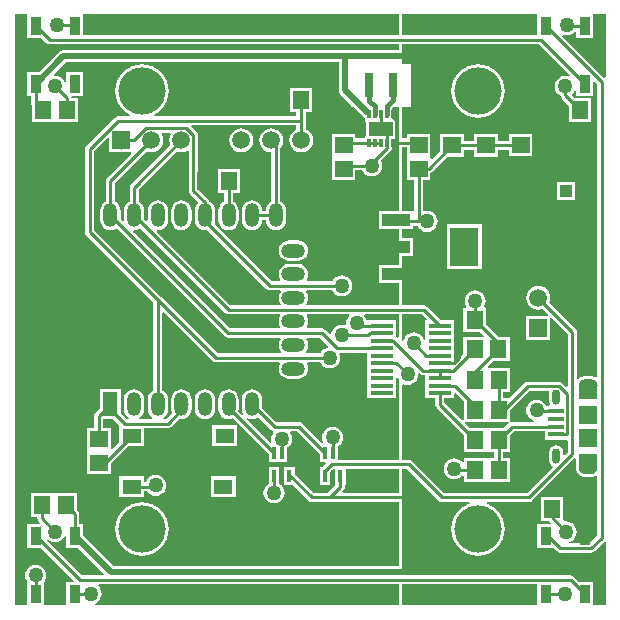
<source format=gtl>
G04*
G04 #@! TF.GenerationSoftware,Altium Limited,Altium Designer,18.1.11 (251)*
G04*
G04 Layer_Physical_Order=1*
G04 Layer_Color=255*
%FSLAX25Y25*%
%MOIN*%
G70*
G01*
G75*
%ADD14C,0.01000*%
%ADD20R,0.01181X0.02772*%
%ADD23R,0.03150X0.07900*%
%ADD33C,0.03937*%
%ADD34R,0.03937X0.03937*%
%ADD39R,0.07756X0.01614*%
%ADD40R,0.09449X0.12992*%
%ADD41R,0.09449X0.03937*%
%ADD42R,0.05906X0.05512*%
%ADD43R,0.05512X0.05906*%
%ADD44R,0.07874X0.04724*%
%ADD45R,0.06299X0.05118*%
%ADD46R,0.01614X0.03898*%
%ADD47R,0.04724X0.07874*%
%ADD48O,0.04724X0.07874*%
%ADD49O,0.07874X0.04724*%
%ADD50R,0.06102X0.05906*%
%ADD51R,0.05315X0.01575*%
%ADD52R,0.03543X0.05906*%
%ADD53C,0.02000*%
%ADD54C,0.01500*%
%ADD55C,0.00000*%
%ADD56C,0.05906*%
%ADD57R,0.05906X0.05906*%
%ADD58R,0.05906X0.05906*%
%ADD59O,0.06102X0.03051*%
%ADD60O,0.02559X0.05118*%
%ADD61C,0.05000*%
%ADD62C,0.15748*%
G36*
X209232Y209529D02*
X164000D01*
Y216471D01*
X209232D01*
Y209529D01*
D02*
G37*
G36*
X162980D02*
X57768D01*
Y216471D01*
X162980D01*
Y209529D01*
D02*
G37*
G36*
X231971Y195549D02*
X231471Y195342D01*
X217535Y209277D01*
X217819Y209701D01*
X218086Y209590D01*
X219000Y209470D01*
X219914Y209590D01*
X220765Y209943D01*
X221496Y210504D01*
X221724Y210801D01*
X222224Y210631D01*
Y208693D01*
X227768D01*
Y216471D01*
X231971D01*
Y195549D01*
D02*
G37*
G36*
X219965Y196223D02*
X219681Y195799D01*
X219414Y195910D01*
X218500Y196030D01*
X217586Y195910D01*
X216735Y195557D01*
X216004Y194996D01*
X215443Y194265D01*
X215090Y193414D01*
X214970Y192500D01*
X215090Y191586D01*
X215443Y190735D01*
X216004Y190004D01*
X216735Y189443D01*
X216990Y189337D01*
X217087Y188852D01*
X217419Y188356D01*
X219681Y186093D01*
Y180547D01*
X227193D01*
Y188453D01*
X221647D01*
X220755Y189345D01*
X220788Y189844D01*
X220996Y190004D01*
X221557Y190735D01*
X221724Y191139D01*
X222224Y191039D01*
Y189402D01*
X227768D01*
Y194066D01*
X228230Y194257D01*
X229152Y193335D01*
Y95738D01*
X228997Y95579D01*
X228662Y95452D01*
X228636Y95461D01*
X228615Y95478D01*
X228523Y95524D01*
X228497Y95532D01*
X228475Y95547D01*
X228381Y95589D01*
X228354Y95595D01*
X228331Y95610D01*
X228235Y95647D01*
X228208Y95651D01*
X228185Y95665D01*
X228087Y95696D01*
X228060Y95700D01*
X228036Y95711D01*
X227936Y95738D01*
X227909Y95740D01*
X227885Y95751D01*
X227784Y95772D01*
X227756Y95772D01*
X227731Y95782D01*
X227629Y95798D01*
X227602Y95797D01*
X227576Y95805D01*
X227474Y95816D01*
X227447Y95813D01*
X227420Y95820D01*
X227317Y95825D01*
X227291Y95821D01*
X227264Y95827D01*
X224996D01*
X224969Y95821D01*
X224942Y95825D01*
X224839Y95820D01*
X224813Y95813D01*
X224786Y95816D01*
X224683Y95805D01*
X224658Y95797D01*
X224631Y95798D01*
X224529Y95782D01*
X224503Y95772D01*
X224476Y95772D01*
X224375Y95751D01*
X224351Y95740D01*
X224324Y95738D01*
X224224Y95711D01*
X224200Y95700D01*
X224173Y95696D01*
X224075Y95665D01*
X224051Y95651D01*
X224025Y95647D01*
X223928Y95610D01*
X223905Y95595D01*
X223879Y95589D01*
X223785Y95547D01*
X223763Y95532D01*
X223737Y95524D01*
X223645Y95478D01*
X223623Y95461D01*
X223598Y95452D01*
X223508Y95400D01*
X223488Y95383D01*
X223463Y95373D01*
X223377Y95317D01*
X223357Y95298D01*
X223333Y95286D01*
X223249Y95226D01*
X223231Y95206D01*
X223207Y95193D01*
X223127Y95128D01*
X223109Y95108D01*
X223086Y95094D01*
X223009Y95025D01*
X222993Y95003D01*
X222971Y94988D01*
X222898Y94915D01*
X222441Y95037D01*
X222437Y95040D01*
X222387Y95083D01*
Y110646D01*
X222270Y111232D01*
X221939Y111728D01*
X213159Y120508D01*
X213351Y120972D01*
X213487Y122004D01*
X213351Y123036D01*
X212953Y123997D01*
X212319Y124823D01*
X211493Y125457D01*
X210532Y125855D01*
X209500Y125991D01*
X208468Y125855D01*
X207507Y125457D01*
X206681Y124823D01*
X206047Y123997D01*
X205649Y123036D01*
X205513Y122004D01*
X205649Y120972D01*
X206047Y120010D01*
X206681Y119185D01*
X207507Y118551D01*
X208468Y118153D01*
X209500Y118017D01*
X210532Y118153D01*
X210996Y118345D01*
X212922Y116419D01*
X212731Y115957D01*
X205547D01*
Y108051D01*
X213453D01*
Y115235D01*
X213915Y115426D01*
X219328Y110013D01*
Y92534D01*
X218866Y92343D01*
X217567Y93642D01*
X217071Y93974D01*
X216486Y94090D01*
X205946D01*
X205361Y93974D01*
X204865Y93642D01*
X199886Y88663D01*
X197844D01*
Y90758D01*
X200071D01*
Y98663D01*
X192854D01*
X192647Y99163D01*
X194403Y100919D01*
X199949D01*
Y108825D01*
X196368D01*
X192075Y113117D01*
Y118663D01*
X191705D01*
X191484Y119112D01*
X191557Y119207D01*
X191910Y120058D01*
X192030Y120972D01*
X191910Y121886D01*
X191557Y122737D01*
X190996Y123468D01*
X190265Y124029D01*
X189414Y124382D01*
X188500Y124502D01*
X187586Y124382D01*
X186735Y124029D01*
X186004Y123468D01*
X185443Y122737D01*
X185090Y121886D01*
X184970Y120972D01*
X185090Y120058D01*
X185443Y119207D01*
X185516Y119112D01*
X185295Y118663D01*
X184563D01*
Y110758D01*
X190109D01*
X191580Y109286D01*
X191389Y108825D01*
X184563D01*
Y103279D01*
X182014Y100730D01*
X181602Y101025D01*
Y105943D01*
Y108443D01*
Y110943D01*
Y114557D01*
X177080D01*
X172556Y119081D01*
X172060Y119413D01*
X171474Y119529D01*
X164000D01*
Y136031D01*
X167807D01*
Y141969D01*
X164000D01*
Y145087D01*
X167807D01*
Y145971D01*
X169345D01*
X169443Y145735D01*
X170004Y145004D01*
X170735Y144443D01*
X171586Y144090D01*
X172500Y143970D01*
X173414Y144090D01*
X174265Y144443D01*
X174996Y145004D01*
X175557Y145735D01*
X175910Y146586D01*
X176030Y147500D01*
X175910Y148414D01*
X175557Y149265D01*
X174996Y149996D01*
X174265Y150557D01*
X173414Y150910D01*
X172500Y151030D01*
X171670Y150921D01*
X171376Y151049D01*
X171170Y151187D01*
Y161207D01*
X173593D01*
Y163561D01*
X174072Y163882D01*
X179272Y169081D01*
X184817D01*
Y171308D01*
X188188D01*
Y169081D01*
X196093D01*
Y171308D01*
X199688D01*
Y169176D01*
X207593D01*
Y176687D01*
X199688D01*
Y174366D01*
X196093D01*
Y176593D01*
X188188D01*
Y174366D01*
X184817D01*
Y176593D01*
X176912D01*
Y171047D01*
X174248Y168383D01*
X173689Y168514D01*
X173593Y168719D01*
Y169081D01*
X173593D01*
Y176593D01*
X165688D01*
Y175197D01*
X164000D01*
Y185500D01*
X167000D01*
Y200000D01*
X164000D01*
Y206471D01*
X209717D01*
X219965Y196223D01*
D02*
G37*
G36*
X39232Y208693D02*
X43794D01*
X45568Y206919D01*
X46064Y206587D01*
X46650Y206471D01*
X162980D01*
Y204539D01*
X51150D01*
X50369Y204384D01*
X49708Y203942D01*
X43073Y197307D01*
X39232D01*
Y189402D01*
X40475D01*
Y187059D01*
X40591Y186474D01*
X40807Y186150D01*
Y180547D01*
X48319D01*
Y180547D01*
X48681D01*
Y180547D01*
X56193D01*
Y188453D01*
X54058D01*
X53921Y188934D01*
X54236Y189402D01*
X57768D01*
Y197307D01*
X52224D01*
Y193961D01*
X51724Y193861D01*
X51557Y194265D01*
X50996Y194996D01*
X50265Y195557D01*
X49414Y195910D01*
X48500Y196030D01*
X48236Y195995D01*
X48002Y196469D01*
X51994Y200461D01*
X142961D01*
Y191335D01*
X143116Y190555D01*
X143558Y189893D01*
X147199Y186252D01*
Y185500D01*
X147951D01*
X151290Y182162D01*
X151613Y181946D01*
Y180746D01*
X152203D01*
Y176054D01*
X151613D01*
Y175197D01*
X148593D01*
Y176593D01*
X140688D01*
Y169081D01*
X140688D01*
Y168719D01*
X140688D01*
Y161207D01*
X148593D01*
Y164471D01*
X150845D01*
X150943Y164235D01*
X151504Y163504D01*
X152235Y162943D01*
X153086Y162590D01*
X154000Y162470D01*
X154914Y162590D01*
X155765Y162943D01*
X156496Y163504D01*
X157057Y164235D01*
X157410Y165086D01*
X157530Y166000D01*
X157410Y166914D01*
X157057Y167765D01*
X157023Y167810D01*
X160190Y170977D01*
X160394Y171282D01*
X160699D01*
Y175038D01*
X162077D01*
Y181762D01*
X160699D01*
Y182349D01*
X160785Y182477D01*
X160921Y183160D01*
Y185129D01*
X161292Y185500D01*
X162980D01*
Y175197D01*
X163000Y175099D01*
Y172237D01*
X162980Y172139D01*
Y151024D01*
X156358D01*
Y145087D01*
X162980D01*
Y141969D01*
X163000Y141870D01*
Y136130D01*
X162980Y136031D01*
Y132913D01*
X156358D01*
Y126976D01*
X162980D01*
Y119529D01*
X132462D01*
X132216Y120029D01*
X132430Y120308D01*
X132769Y121126D01*
X132884Y122004D01*
X132769Y122882D01*
X132430Y123699D01*
X132222Y123971D01*
X132468Y124471D01*
X140845D01*
X140943Y124235D01*
X141504Y123504D01*
X142235Y122943D01*
X143086Y122590D01*
X144000Y122470D01*
X144914Y122590D01*
X145765Y122943D01*
X146496Y123504D01*
X147057Y124235D01*
X147410Y125086D01*
X147530Y126000D01*
X147410Y126914D01*
X147057Y127765D01*
X146496Y128496D01*
X145765Y129057D01*
X144914Y129410D01*
X144000Y129530D01*
X143086Y129410D01*
X142235Y129057D01*
X141504Y128496D01*
X140943Y127765D01*
X140845Y127529D01*
X132494D01*
X132273Y127978D01*
X132430Y128182D01*
X132769Y129000D01*
X132884Y129878D01*
X132769Y130756D01*
X132430Y131573D01*
X131891Y132276D01*
X131188Y132815D01*
X130371Y133154D01*
X129493Y133269D01*
X126343D01*
X125466Y133154D01*
X124648Y132815D01*
X123945Y132276D01*
X123406Y131573D01*
X123068Y130756D01*
X122952Y129878D01*
X123068Y129000D01*
X123406Y128182D01*
X123563Y127978D01*
X123342Y127529D01*
X120633D01*
X101530Y146633D01*
X101698Y147040D01*
X101813Y147917D01*
Y151067D01*
X101698Y151945D01*
X101359Y152763D01*
X100820Y153465D01*
X100118Y154004D01*
X99909Y154090D01*
X99835Y154462D01*
X99503Y154958D01*
X96082Y158379D01*
Y176128D01*
X95966Y176714D01*
X95634Y177210D01*
X93836Y179009D01*
X94027Y179471D01*
X128908D01*
Y178069D01*
X128507Y177902D01*
X127681Y177269D01*
X127047Y176443D01*
X126649Y175482D01*
X126513Y174450D01*
X126649Y173418D01*
X127047Y172456D01*
X127681Y171631D01*
X128507Y170997D01*
X129468Y170599D01*
X130500Y170463D01*
X131532Y170599D01*
X132493Y170997D01*
X133319Y171631D01*
X133953Y172456D01*
X134351Y173418D01*
X134487Y174450D01*
X134351Y175482D01*
X133953Y176443D01*
X133319Y177269D01*
X132493Y177902D01*
X131966Y178121D01*
Y181000D01*
Y184047D01*
X134193D01*
Y191953D01*
X126681D01*
Y184047D01*
X128908D01*
Y182529D01*
X81538D01*
X81413Y183029D01*
X82454Y183586D01*
X83805Y184695D01*
X84914Y186046D01*
X85738Y187588D01*
X86246Y189260D01*
X86417Y191000D01*
X86246Y192740D01*
X85738Y194412D01*
X84914Y195954D01*
X83805Y197305D01*
X82454Y198414D01*
X80912Y199238D01*
X79240Y199746D01*
X77500Y199917D01*
X75760Y199746D01*
X74088Y199238D01*
X72546Y198414D01*
X71195Y197305D01*
X70086Y195954D01*
X69262Y194412D01*
X68754Y192740D01*
X68583Y191000D01*
X68754Y189260D01*
X69262Y187588D01*
X70086Y186046D01*
X71195Y184695D01*
X72546Y183586D01*
X73587Y183029D01*
X73462Y182529D01*
X69500D01*
X68915Y182413D01*
X68419Y182081D01*
X58919Y172581D01*
X58587Y172085D01*
X58471Y171500D01*
Y144000D01*
X58587Y143415D01*
X58919Y142919D01*
X81145Y120693D01*
Y91080D01*
X80978Y91012D01*
X80276Y90473D01*
X79737Y89770D01*
X79398Y88952D01*
X79283Y88075D01*
Y84925D01*
X79398Y84048D01*
X79737Y83230D01*
X80276Y82527D01*
X80925Y82029D01*
X80918Y81846D01*
X80784Y81529D01*
X76690D01*
X76556Y81846D01*
X76549Y82029D01*
X77198Y82527D01*
X77737Y83230D01*
X78076Y84048D01*
X78191Y84925D01*
Y88075D01*
X78076Y88952D01*
X77737Y89770D01*
X77198Y90473D01*
X76496Y91012D01*
X75678Y91351D01*
X74800Y91466D01*
X73922Y91351D01*
X73104Y91012D01*
X72402Y90473D01*
X71863Y89770D01*
X71524Y88952D01*
X71409Y88075D01*
Y84925D01*
X71524Y84048D01*
X71863Y83230D01*
X72402Y82527D01*
X73051Y82029D01*
X73044Y81846D01*
X72910Y81529D01*
X72252D01*
X70288Y83493D01*
Y91437D01*
X63564D01*
Y85301D01*
X61919Y83656D01*
X61587Y83159D01*
X61471Y82574D01*
Y78693D01*
X59047D01*
Y71181D01*
X59047Y71181D01*
Y70819D01*
X59047D01*
X59047Y70681D01*
Y63307D01*
X66953D01*
Y66790D01*
X72604Y72441D01*
X78150D01*
Y78471D01*
X86000D01*
X86585Y78587D01*
X87081Y78919D01*
X89796Y81633D01*
X90548Y81534D01*
X91426Y81650D01*
X92244Y81988D01*
X92946Y82527D01*
X93485Y83230D01*
X93824Y84048D01*
X93939Y84925D01*
Y86047D01*
X94029Y86500D01*
X93939Y86953D01*
Y88075D01*
X93824Y88952D01*
X93485Y89770D01*
X92946Y90473D01*
X92244Y91012D01*
X91426Y91351D01*
X90548Y91466D01*
X89670Y91351D01*
X88852Y91012D01*
X88150Y90473D01*
X87611Y89770D01*
X87272Y88952D01*
X87157Y88075D01*
Y84925D01*
X87272Y84048D01*
X87452Y83615D01*
X85366Y81529D01*
X84564D01*
X84430Y81846D01*
X84423Y82029D01*
X85072Y82527D01*
X85611Y83230D01*
X85950Y84048D01*
X86065Y84925D01*
Y88075D01*
X85950Y88952D01*
X85611Y89770D01*
X85072Y90473D01*
X84370Y91012D01*
X84203Y91080D01*
Y116980D01*
X84665Y117172D01*
X100919Y100919D01*
X101415Y100587D01*
X102000Y100471D01*
X123146D01*
X123362Y99971D01*
X123068Y99260D01*
X122952Y98382D01*
X123068Y97504D01*
X123406Y96686D01*
X123945Y95984D01*
X124648Y95445D01*
X125466Y95106D01*
X126343Y94991D01*
X129493D01*
X130371Y95106D01*
X131188Y95445D01*
X131891Y95984D01*
X132430Y96686D01*
X132769Y97504D01*
X132884Y98382D01*
X132769Y99260D01*
X132474Y99971D01*
X132690Y100471D01*
X136845D01*
X136943Y100235D01*
X137504Y99504D01*
X138235Y98943D01*
X139086Y98590D01*
X140000Y98470D01*
X140914Y98590D01*
X141765Y98943D01*
X142496Y99504D01*
X143057Y100235D01*
X143410Y101086D01*
X143530Y102000D01*
X143410Y102914D01*
X143248Y103305D01*
X143526Y103721D01*
X152398D01*
Y100943D01*
Y98443D01*
Y95943D01*
Y93443D01*
Y90943D01*
Y88443D01*
X162153D01*
Y90943D01*
Y95334D01*
X162654Y95433D01*
X162943Y94735D01*
X163000Y94660D01*
Y93123D01*
X162980Y93024D01*
Y68029D01*
X142807D01*
Y72475D01*
X143496Y73004D01*
X144057Y73735D01*
X144410Y74586D01*
X144530Y75500D01*
X144410Y76414D01*
X144057Y77265D01*
X143496Y77996D01*
X142765Y78557D01*
X141914Y78910D01*
X141000Y79030D01*
X140086Y78910D01*
X139235Y78557D01*
X138504Y77996D01*
X137943Y77265D01*
X137590Y76414D01*
X137470Y75500D01*
X137590Y74586D01*
X137825Y74019D01*
X137564Y73482D01*
X137537Y73465D01*
X137386Y73440D01*
X130685Y80141D01*
X130189Y80472D01*
X129604Y80589D01*
X122245D01*
X117561Y85272D01*
Y88075D01*
X117446Y88952D01*
X117107Y89770D01*
X116568Y90473D01*
X115866Y91012D01*
X115048Y91351D01*
X114170Y91466D01*
X113292Y91351D01*
X112475Y91012D01*
X111772Y90473D01*
X111233Y89770D01*
X110894Y88952D01*
X110779Y88075D01*
Y84925D01*
X110894Y84048D01*
X111184Y83349D01*
X110760Y83065D01*
X109596Y84230D01*
X109687Y84925D01*
Y88075D01*
X109572Y88952D01*
X109233Y89770D01*
X108694Y90473D01*
X107992Y91012D01*
X107174Y91351D01*
X106296Y91466D01*
X105418Y91351D01*
X104601Y91012D01*
X103898Y90473D01*
X103359Y89770D01*
X103020Y88952D01*
X102905Y88075D01*
Y84925D01*
X103020Y84048D01*
X103359Y83230D01*
X103898Y82527D01*
X104601Y81988D01*
X105418Y81650D01*
X106296Y81534D01*
X107174Y81650D01*
X107652Y81848D01*
X119634Y69866D01*
Y67273D01*
X125807D01*
Y71975D01*
X126496Y72504D01*
X127057Y73235D01*
X127410Y74086D01*
X127530Y75000D01*
X127410Y75914D01*
X127057Y76765D01*
X126854Y77030D01*
X127101Y77530D01*
X128970D01*
X136634Y69866D01*
Y67273D01*
X138561D01*
X138753Y66811D01*
X137474Y65533D01*
X136634D01*
Y59635D01*
X140248D01*
Y63981D01*
X141238Y64971D01*
X141752D01*
Y59635D01*
X141752Y59635D01*
X141752D01*
X141552Y59215D01*
X139366Y57029D01*
X134571D01*
X128366Y63234D01*
Y65533D01*
X124752D01*
Y59635D01*
X127639D01*
X132856Y54419D01*
X133352Y54087D01*
X133937Y53971D01*
X162980D01*
Y32539D01*
X67986D01*
X57768Y42758D01*
Y46598D01*
X56525D01*
Y49941D01*
X56409Y50526D01*
X56077Y51022D01*
X55693Y51407D01*
Y56953D01*
X48181D01*
Y56953D01*
X47819D01*
Y56953D01*
X40307D01*
Y49047D01*
X42534D01*
Y48437D01*
X42650Y47852D01*
X42981Y47356D01*
X43277Y47060D01*
X43085Y46598D01*
X39232D01*
Y38693D01*
X43794D01*
X54718Y27769D01*
X54526Y27307D01*
X52224D01*
Y19529D01*
X44776D01*
Y27307D01*
X44776Y27307D01*
X44776D01*
X45027Y27695D01*
X45057Y27735D01*
X45410Y28586D01*
X45530Y29500D01*
X45410Y30414D01*
X45057Y31265D01*
X44496Y31996D01*
X43765Y32557D01*
X42914Y32910D01*
X42000Y33030D01*
X41086Y32910D01*
X40235Y32557D01*
X39504Y31996D01*
X38943Y31265D01*
X38590Y30414D01*
X38470Y29500D01*
X38590Y28586D01*
X38943Y27735D01*
X38976Y27692D01*
X39232Y27307D01*
X39232D01*
X39232Y27307D01*
Y19529D01*
X35029D01*
Y216471D01*
X39232D01*
Y208693D01*
D02*
G37*
G36*
X93023Y170838D02*
Y157746D01*
X93140Y157161D01*
X93471Y156665D01*
X96122Y154014D01*
X96089Y153515D01*
X96024Y153465D01*
X95485Y152763D01*
X95146Y151945D01*
X95031Y151067D01*
Y147917D01*
X95146Y147040D01*
X95485Y146222D01*
X96024Y145519D01*
X96726Y144980D01*
X97544Y144642D01*
X98422Y144526D01*
X99208Y144630D01*
X118919Y124919D01*
X119415Y124587D01*
X120000Y124471D01*
X123368D01*
X123614Y123971D01*
X123406Y123699D01*
X123068Y122882D01*
X122952Y122004D01*
X123068Y121126D01*
X123406Y120308D01*
X123620Y120029D01*
X123374Y119529D01*
X106926D01*
X82366Y144089D01*
X82587Y144538D01*
X82674Y144526D01*
X83552Y144642D01*
X84370Y144980D01*
X85072Y145519D01*
X85611Y146222D01*
X85950Y147040D01*
X86065Y147917D01*
Y151067D01*
X85950Y151945D01*
X85611Y152763D01*
X85072Y153465D01*
X84370Y154004D01*
X83552Y154343D01*
X82674Y154458D01*
X81796Y154343D01*
X80978Y154004D01*
X80276Y153465D01*
X79737Y152763D01*
X79398Y151945D01*
X79283Y151067D01*
Y147917D01*
X79294Y147830D01*
X78846Y147609D01*
X78191Y148264D01*
Y151067D01*
X78076Y151945D01*
X77737Y152763D01*
X77198Y153465D01*
X76496Y154004D01*
X76329Y154073D01*
Y158116D01*
X89004Y170791D01*
X89468Y170599D01*
X90500Y170463D01*
X91532Y170599D01*
X92493Y170997D01*
X92575Y171060D01*
X93023Y170838D01*
D02*
G37*
G36*
X87110Y176525D02*
X87047Y176443D01*
X86649Y175482D01*
X86513Y174450D01*
X86649Y173418D01*
X86841Y172954D01*
X73719Y159831D01*
X73387Y159335D01*
X73271Y158750D01*
Y154073D01*
X73104Y154004D01*
X72402Y153465D01*
X71863Y152763D01*
X71524Y151945D01*
X71409Y151067D01*
Y147917D01*
X71420Y147830D01*
X70972Y147609D01*
X70317Y148264D01*
Y151067D01*
X70202Y151945D01*
X69863Y152763D01*
X69324Y153465D01*
X68622Y154004D01*
X68455Y154073D01*
Y160242D01*
X79004Y170791D01*
X79468Y170599D01*
X80500Y170463D01*
X81532Y170599D01*
X82493Y170997D01*
X83319Y171631D01*
X83953Y172456D01*
X84351Y173418D01*
X84487Y174450D01*
X84351Y175482D01*
X83953Y176443D01*
X83890Y176525D01*
X84111Y176973D01*
X86889D01*
X87110Y176525D01*
D02*
G37*
G36*
X165688Y169081D02*
X165688D01*
Y168719D01*
X165688D01*
Y161207D01*
X168111D01*
Y151398D01*
X167807Y151024D01*
X164000D01*
Y172139D01*
X165688D01*
Y169081D01*
D02*
G37*
G36*
X105211Y116919D02*
X105707Y116587D01*
X106292Y116471D01*
X123336D01*
X123557Y116022D01*
X123406Y115825D01*
X123068Y115008D01*
X122952Y114130D01*
X123068Y113252D01*
X123406Y112434D01*
X123565Y112228D01*
X123344Y111779D01*
X106802D01*
X74492Y144089D01*
X74713Y144538D01*
X74800Y144526D01*
X75678Y144642D01*
X76496Y144980D01*
X76865Y145264D01*
X105211Y116919D01*
D02*
G37*
G36*
X146456Y116142D02*
X146484Y115971D01*
X145943Y115265D01*
X145590Y114414D01*
X145470Y113500D01*
X145519Y113128D01*
X145122Y112824D01*
X144914Y112910D01*
X144000Y113030D01*
X143086Y112910D01*
X142235Y112557D01*
X141504Y111996D01*
X140943Y111265D01*
X140590Y110414D01*
X140535Y109992D01*
X140007Y109813D01*
X138488Y111331D01*
X137992Y111663D01*
X137407Y111779D01*
X132492D01*
X132271Y112228D01*
X132430Y112434D01*
X132769Y113252D01*
X132884Y114130D01*
X132769Y115008D01*
X132430Y115825D01*
X132279Y116022D01*
X132500Y116471D01*
X146344D01*
X146456Y116142D01*
D02*
G37*
G36*
X162980Y108836D02*
X162519Y108644D01*
X162331Y108831D01*
X162153Y108950D01*
Y114557D01*
X152398D01*
X152398Y114557D01*
Y114557D01*
X152176Y114979D01*
X152057Y115265D01*
X151516Y115971D01*
X151544Y116142D01*
X151656Y116471D01*
X162980D01*
Y108836D01*
D02*
G37*
G36*
X172292Y115019D02*
X172101Y114557D01*
X171846D01*
Y110943D01*
Y108166D01*
X171346Y108067D01*
X171057Y108765D01*
X170496Y109496D01*
X169765Y110057D01*
X168914Y110410D01*
X168000Y110530D01*
X167086Y110410D01*
X166235Y110057D01*
X165504Y109496D01*
X164943Y108765D01*
X164590Y107914D01*
X164586Y107885D01*
X164049Y107634D01*
X164000Y107665D01*
Y116471D01*
X170841D01*
X172292Y115019D01*
D02*
G37*
G36*
X139568Y105926D02*
X139408Y105452D01*
X139086Y105410D01*
X138235Y105057D01*
X137504Y104496D01*
X136943Y103765D01*
X136845Y103529D01*
X132246D01*
X132022Y104029D01*
X132430Y104560D01*
X132769Y105378D01*
X132884Y106256D01*
X132769Y107134D01*
X132430Y107951D01*
X132223Y108221D01*
X132470Y108721D01*
X136773D01*
X139568Y105926D01*
D02*
G37*
G36*
X66547Y175231D02*
Y170497D01*
X70367D01*
X70500Y170471D01*
X70633Y170497D01*
X73731D01*
X73922Y170035D01*
X65845Y161957D01*
X65513Y161461D01*
X65397Y160876D01*
Y154073D01*
X65230Y154004D01*
X64528Y153465D01*
X63989Y152763D01*
X63650Y151945D01*
X63535Y151067D01*
Y147917D01*
X63650Y147040D01*
X63989Y146222D01*
X64528Y145519D01*
X65230Y144980D01*
X66048Y144642D01*
X66926Y144526D01*
X67804Y144642D01*
X68622Y144980D01*
X68991Y145264D01*
X105087Y109169D01*
X105583Y108837D01*
X106168Y108721D01*
X123366D01*
X123613Y108221D01*
X123406Y107951D01*
X123068Y107134D01*
X122952Y106256D01*
X123068Y105378D01*
X123406Y104560D01*
X123814Y104029D01*
X123591Y103529D01*
X102634D01*
X83755Y122407D01*
X61529Y144633D01*
Y170867D01*
X66085Y175422D01*
X66547Y175231D01*
D02*
G37*
G36*
X170169Y96669D02*
X170665Y96337D01*
X171250Y96221D01*
X171846D01*
Y93443D01*
Y90943D01*
Y88443D01*
X175195D01*
Y86427D01*
X175311Y85842D01*
X175643Y85345D01*
X184685Y76303D01*
Y70758D01*
X192197D01*
Y70758D01*
X192559D01*
Y70758D01*
X194786D01*
Y68663D01*
X192697D01*
X192559Y68663D01*
X192197D01*
X192059Y68663D01*
X184685D01*
Y67420D01*
X184185Y67250D01*
X183996Y67496D01*
X183265Y68057D01*
X182414Y68410D01*
X181500Y68530D01*
X180586Y68410D01*
X179735Y68057D01*
X179004Y67496D01*
X178443Y66765D01*
X178090Y65914D01*
X177970Y65000D01*
X178090Y64086D01*
X178443Y63235D01*
X179004Y62504D01*
X179735Y61943D01*
X180586Y61590D01*
X181500Y61470D01*
X182414Y61590D01*
X183265Y61943D01*
X183996Y62504D01*
X184185Y62750D01*
X184685Y62580D01*
Y60758D01*
X192059D01*
X192197Y60758D01*
X192559D01*
X192697Y60758D01*
X200071D01*
Y68663D01*
X197844D01*
Y70758D01*
X200071D01*
Y76303D01*
X201297Y77530D01*
X211842D01*
Y74713D01*
X219158D01*
X219328Y74283D01*
Y70563D01*
X218286Y69521D01*
X217824Y69712D01*
Y70496D01*
X217647Y71386D01*
X217143Y72140D01*
X216389Y72643D01*
X215500Y72820D01*
X214611Y72643D01*
X213857Y72140D01*
X213353Y71386D01*
X213176Y70496D01*
Y67937D01*
X213353Y67048D01*
X213857Y66294D01*
X214250Y66031D01*
X214299Y65533D01*
X205736Y56970D01*
X178004D01*
X167393Y67581D01*
X166897Y67913D01*
X166311Y68029D01*
X164000D01*
Y93024D01*
X164500Y93333D01*
X165086Y93090D01*
X166000Y92970D01*
X166914Y93090D01*
X167765Y93443D01*
X168496Y94004D01*
X169057Y94735D01*
X169410Y95586D01*
X169530Y96500D01*
X169515Y96615D01*
X169989Y96848D01*
X170169Y96669D01*
D02*
G37*
G36*
X227367Y94802D02*
X227470Y94791D01*
X227571Y94775D01*
X227672Y94753D01*
X227772Y94727D01*
X227870Y94695D01*
X227966Y94658D01*
X228060Y94616D01*
X228152Y94569D01*
X228241Y94518D01*
X228328Y94462D01*
X228411Y94401D01*
X228491Y94336D01*
X228568Y94267D01*
X228641Y94194D01*
X228710Y94117D01*
X228775Y94037D01*
X228835Y93954D01*
X228892Y93867D01*
X228943Y93778D01*
X228990Y93686D01*
X229032Y93592D01*
X229069Y93496D01*
X229101Y93398D01*
X229127Y93298D01*
X229149Y93198D01*
X229165Y93096D01*
X229176Y92993D01*
X229181Y92890D01*
Y92839D01*
Y88114D01*
X223079D01*
Y92839D01*
Y92890D01*
X223084Y92993D01*
X223095Y93096D01*
X223111Y93198D01*
X223132Y93298D01*
X223159Y93398D01*
X223191Y93496D01*
X223228Y93592D01*
X223270Y93686D01*
X223317Y93778D01*
X223368Y93867D01*
X223424Y93954D01*
X223485Y94037D01*
X223550Y94117D01*
X223619Y94194D01*
X223692Y94267D01*
X223768Y94336D01*
X223849Y94401D01*
X223932Y94461D01*
X224018Y94518D01*
X224108Y94569D01*
X224200Y94616D01*
X224294Y94658D01*
X224390Y94695D01*
X224488Y94727D01*
X224587Y94753D01*
X224688Y94775D01*
X224790Y94791D01*
X224893Y94802D01*
X224996Y94807D01*
X227264D01*
X227367Y94802D01*
D02*
G37*
G36*
X213268Y90645D02*
X213176Y90181D01*
Y87622D01*
X213353Y86733D01*
X213532Y86465D01*
X213265Y85965D01*
X212182D01*
X212057Y86265D01*
X211496Y86996D01*
X210765Y87557D01*
X209914Y87910D01*
X209000Y88030D01*
X208086Y87910D01*
X207235Y87557D01*
X206504Y86996D01*
X205943Y86265D01*
X205590Y85414D01*
X205470Y84500D01*
X205590Y83586D01*
X205943Y82735D01*
X206504Y82004D01*
X207235Y81443D01*
X208086Y81090D01*
X208099Y81089D01*
X208066Y80589D01*
X200664D01*
X200486Y80553D01*
X200071Y80980D01*
Y84522D01*
X206580Y91031D01*
X212951D01*
X213268Y90645D01*
D02*
G37*
G36*
X120530Y77978D02*
X121001Y77662D01*
X121029Y77637D01*
X121201Y77101D01*
X120943Y76765D01*
X120590Y75914D01*
X120470Y75000D01*
X120590Y74086D01*
X120692Y73841D01*
X120268Y73558D01*
X112310Y81515D01*
X112593Y81939D01*
X113292Y81650D01*
X114170Y81534D01*
X115048Y81650D01*
X115866Y81988D01*
X116235Y82272D01*
X120530Y77978D01*
D02*
G37*
G36*
X184685Y87604D02*
Y81336D01*
X184185Y81129D01*
X178254Y87060D01*
Y88443D01*
X181602D01*
Y90034D01*
X182064Y90225D01*
X184685Y87604D01*
D02*
G37*
G36*
X199758Y80258D02*
X199582Y80141D01*
X198105Y78663D01*
X192559D01*
Y78663D01*
X192197D01*
Y78663D01*
X186651D01*
X185057Y80258D01*
X185264Y80758D01*
X192197D01*
Y80758D01*
X192559D01*
Y80758D01*
X199606D01*
X199758Y80258D01*
D02*
G37*
G36*
X69545Y79910D02*
X69850Y79559D01*
X69850D01*
X69850Y79559D01*
Y74013D01*
X67453Y71616D01*
X66953Y71823D01*
Y78693D01*
X64529D01*
Y81563D01*
X67892D01*
X69545Y79910D01*
D02*
G37*
G36*
X229181Y65280D02*
Y65228D01*
X229176Y65125D01*
X229165Y65022D01*
X229149Y64921D01*
X229127Y64820D01*
X229101Y64720D01*
X229069Y64622D01*
X229032Y64526D01*
X228990Y64432D01*
X228943Y64340D01*
X228892Y64251D01*
X228836Y64164D01*
X228775Y64081D01*
X228710Y64001D01*
X228641Y63924D01*
X228568Y63851D01*
X228491Y63782D01*
X228411Y63717D01*
X228328Y63657D01*
X228241Y63601D01*
X228152Y63549D01*
X228060Y63502D01*
X227966Y63460D01*
X227870Y63423D01*
X227772Y63392D01*
X227672Y63365D01*
X227572Y63343D01*
X227470Y63327D01*
X227367Y63316D01*
X227264Y63311D01*
X224996D01*
X224893Y63316D01*
X224790Y63327D01*
X224688Y63343D01*
X224588Y63365D01*
X224488Y63392D01*
X224390Y63423D01*
X224294Y63460D01*
X224200Y63502D01*
X224108Y63549D01*
X224018Y63600D01*
X223932Y63657D01*
X223849Y63717D01*
X223768Y63782D01*
X223692Y63851D01*
X223619Y63924D01*
X223550Y64001D01*
X223485Y64081D01*
X223424Y64164D01*
X223368Y64251D01*
X223317Y64340D01*
X223270Y64432D01*
X223228Y64526D01*
X223191Y64622D01*
X223159Y64720D01*
X223132Y64820D01*
X223111Y64921D01*
X223095Y65022D01*
X223084Y65125D01*
X223079Y65228D01*
Y65280D01*
Y70004D01*
X229181D01*
Y65280D01*
D02*
G37*
G36*
X162980Y57029D02*
X144346D01*
X144154Y57491D01*
X144641Y57978D01*
X144972Y58474D01*
X145088Y59059D01*
Y59635D01*
X145366D01*
Y64971D01*
X162980D01*
Y57029D01*
D02*
G37*
G36*
X52224Y42539D02*
Y38693D01*
X56065D01*
X64767Y29991D01*
X64575Y29529D01*
X57283D01*
X45725Y41087D01*
X46056Y41464D01*
X46735Y40943D01*
X47586Y40590D01*
X48500Y40470D01*
X49414Y40590D01*
X50265Y40943D01*
X50996Y41504D01*
X51557Y42235D01*
X51724Y42638D01*
X52224Y42539D01*
D02*
G37*
G36*
X222059Y68261D02*
Y65430D01*
X222029Y65280D01*
X222064Y65104D01*
X222066Y65072D01*
X222073Y65045D01*
X222070Y65018D01*
X222081Y64916D01*
X222089Y64890D01*
X222088Y64863D01*
X222104Y64761D01*
X222113Y64736D01*
X222114Y64709D01*
X222135Y64608D01*
X222146Y64583D01*
X222148Y64556D01*
X222174Y64456D01*
X222186Y64432D01*
X222189Y64405D01*
X222221Y64307D01*
X222223Y64303D01*
X222225Y64294D01*
X222235Y64279D01*
X222239Y64257D01*
X222276Y64161D01*
X222290Y64138D01*
X222297Y64111D01*
X222339Y64017D01*
X222354Y63995D01*
X222361Y63969D01*
X222408Y63877D01*
X222425Y63856D01*
X222434Y63830D01*
X222485Y63741D01*
X222503Y63721D01*
X222513Y63695D01*
X222569Y63609D01*
X222588Y63590D01*
X222599Y63565D01*
X222660Y63482D01*
X222680Y63463D01*
X222693Y63439D01*
X222758Y63359D01*
X222778Y63342D01*
X222792Y63318D01*
X222861Y63242D01*
X222883Y63226D01*
X222898Y63203D01*
X222971Y63130D01*
X222993Y63115D01*
X223009Y63094D01*
X223086Y63025D01*
X223110Y63011D01*
X223127Y62990D01*
X223207Y62925D01*
X223231Y62912D01*
X223249Y62893D01*
X223332Y62832D01*
X223357Y62821D01*
X223377Y62801D01*
X223463Y62745D01*
X223488Y62735D01*
X223509Y62717D01*
X223598Y62666D01*
X223623Y62657D01*
X223645Y62641D01*
X223737Y62594D01*
X223763Y62586D01*
X223785Y62571D01*
X223879Y62529D01*
X223905Y62523D01*
X223928Y62508D01*
X224025Y62471D01*
X224051Y62467D01*
X224075Y62454D01*
X224173Y62422D01*
X224200Y62419D01*
X224224Y62407D01*
X224324Y62380D01*
X224351Y62378D01*
X224375Y62367D01*
X224476Y62346D01*
X224503Y62346D01*
X224529Y62336D01*
X224631Y62320D01*
X224658Y62321D01*
X224683Y62313D01*
X224786Y62302D01*
X224813Y62305D01*
X224839Y62298D01*
X224942Y62293D01*
X224969Y62297D01*
X224996Y62291D01*
X227264D01*
X227291Y62297D01*
X227318Y62293D01*
X227420Y62298D01*
X227447Y62305D01*
X227474Y62302D01*
X227576Y62313D01*
X227602Y62321D01*
X227629Y62320D01*
X227731Y62336D01*
X227756Y62346D01*
X227784Y62346D01*
X227885Y62367D01*
X227909Y62378D01*
X227936Y62380D01*
X228036Y62407D01*
X228060Y62419D01*
X228087Y62422D01*
X228185Y62454D01*
X228208Y62467D01*
X228235Y62471D01*
X228331Y62508D01*
X228354Y62523D01*
X228381Y62529D01*
X228475Y62571D01*
X228497Y62586D01*
X228523Y62594D01*
X228615Y62641D01*
X228637Y62657D01*
X228662Y62666D01*
X228997Y62539D01*
X229152Y62380D01*
Y42684D01*
X226590Y40122D01*
X219876D01*
X219762Y40590D01*
X220613Y40943D01*
X221344Y41504D01*
X221905Y42235D01*
X222258Y43086D01*
X222378Y44000D01*
X222258Y44914D01*
X221905Y45765D01*
X221344Y46496D01*
X220613Y47057D01*
X219762Y47410D01*
X218848Y47530D01*
X218281Y47455D01*
X217819Y47877D01*
Y55453D01*
X210307D01*
Y47547D01*
X213138D01*
X213625Y47060D01*
X213434Y46598D01*
X209232D01*
Y38693D01*
X214644D01*
X215826Y37512D01*
X216322Y37180D01*
X216907Y37064D01*
X227223D01*
X227809Y37180D01*
X228305Y37512D01*
X231471Y40677D01*
X231971Y40470D01*
Y19529D01*
X227768D01*
Y27307D01*
X223206D01*
X221432Y29081D01*
X220936Y29413D01*
X220350Y29529D01*
X164000D01*
Y64971D01*
X165678D01*
X176289Y54360D01*
X176785Y54028D01*
X177371Y53912D01*
X186585D01*
X186659Y53412D01*
X186088Y53238D01*
X184546Y52414D01*
X183195Y51305D01*
X182086Y49954D01*
X181262Y48412D01*
X180754Y46740D01*
X180583Y45000D01*
X180754Y43260D01*
X181262Y41588D01*
X182086Y40046D01*
X183195Y38695D01*
X184546Y37586D01*
X186088Y36762D01*
X187760Y36254D01*
X189500Y36083D01*
X191240Y36254D01*
X192912Y36762D01*
X194454Y37586D01*
X195805Y38695D01*
X196914Y40046D01*
X197738Y41588D01*
X198246Y43260D01*
X198417Y45000D01*
X198246Y46740D01*
X197738Y48412D01*
X196914Y49954D01*
X195805Y51305D01*
X194454Y52414D01*
X192912Y53238D01*
X192341Y53412D01*
X192415Y53912D01*
X206369D01*
X206954Y54028D01*
X207451Y54360D01*
X221559Y68468D01*
X222059Y68261D01*
D02*
G37*
G36*
X209232Y19529D02*
X164000D01*
Y26471D01*
X209232D01*
Y19529D01*
D02*
G37*
G36*
X162980D02*
X61718D01*
X61619Y20029D01*
X62265Y20297D01*
X62996Y20858D01*
X63557Y21589D01*
X63910Y22441D01*
X64030Y23354D01*
X63910Y24268D01*
X63557Y25119D01*
X62996Y25851D01*
X62840Y25971D01*
X63010Y26471D01*
X162980D01*
Y19529D01*
D02*
G37*
%LPC*%
G36*
X189500Y199917D02*
X187760Y199746D01*
X186088Y199238D01*
X184546Y198414D01*
X183195Y197305D01*
X182086Y195954D01*
X181262Y194412D01*
X180754Y192740D01*
X180583Y191000D01*
X180754Y189260D01*
X181262Y187588D01*
X182086Y186046D01*
X183195Y184695D01*
X184546Y183586D01*
X186088Y182762D01*
X187760Y182254D01*
X189500Y182083D01*
X191240Y182254D01*
X192912Y182762D01*
X194454Y183586D01*
X195805Y184695D01*
X196914Y186046D01*
X197738Y187588D01*
X198246Y189260D01*
X198417Y191000D01*
X198246Y192740D01*
X197738Y194412D01*
X196914Y195954D01*
X195805Y197305D01*
X194454Y198414D01*
X192912Y199238D01*
X191240Y199746D01*
X189500Y199917D01*
D02*
G37*
G36*
X221817Y160468D02*
X215880D01*
Y154532D01*
X221817D01*
Y160468D01*
D02*
G37*
G36*
X190642Y146496D02*
X179193D01*
Y131504D01*
X190642D01*
Y146496D01*
D02*
G37*
G36*
X110500Y178437D02*
X109468Y178301D01*
X108507Y177902D01*
X107681Y177269D01*
X107047Y176443D01*
X106649Y175482D01*
X106513Y174450D01*
X106649Y173418D01*
X107047Y172456D01*
X107681Y171631D01*
X108507Y170997D01*
X109468Y170599D01*
X110500Y170463D01*
X111532Y170599D01*
X112493Y170997D01*
X113319Y171631D01*
X113953Y172456D01*
X114351Y173418D01*
X114487Y174450D01*
X114351Y175482D01*
X113953Y176443D01*
X113319Y177269D01*
X112493Y177902D01*
X111532Y178301D01*
X110500Y178437D01*
D02*
G37*
G36*
X120500D02*
X119468Y178301D01*
X118507Y177902D01*
X117681Y177269D01*
X117047Y176443D01*
X116649Y175482D01*
X116513Y174450D01*
X116649Y173418D01*
X117047Y172456D01*
X117681Y171631D01*
X118507Y170997D01*
X119468Y170599D01*
X120500Y170463D01*
X120515Y170450D01*
Y154073D01*
X120349Y154004D01*
X119646Y153465D01*
X119107Y152763D01*
X118769Y151945D01*
X118653Y151067D01*
Y151022D01*
X117561D01*
Y151067D01*
X117446Y151945D01*
X117107Y152763D01*
X116568Y153465D01*
X115866Y154004D01*
X115048Y154343D01*
X114170Y154458D01*
X113292Y154343D01*
X112475Y154004D01*
X111772Y153465D01*
X111233Y152763D01*
X110894Y151945D01*
X110779Y151067D01*
Y147917D01*
X110894Y147040D01*
X111233Y146222D01*
X111772Y145519D01*
X112475Y144980D01*
X113292Y144642D01*
X114170Y144526D01*
X115048Y144642D01*
X115866Y144980D01*
X116568Y145519D01*
X117107Y146222D01*
X117446Y147040D01*
X117561Y147917D01*
Y147963D01*
X118653D01*
Y147917D01*
X118769Y147040D01*
X119107Y146222D01*
X119646Y145519D01*
X120349Y144980D01*
X121166Y144642D01*
X122044Y144526D01*
X122922Y144642D01*
X123740Y144980D01*
X124442Y145519D01*
X124981Y146222D01*
X125320Y147040D01*
X125435Y147917D01*
Y151067D01*
X125320Y151945D01*
X124981Y152763D01*
X124442Y153465D01*
X123740Y154004D01*
X123574Y154073D01*
Y171962D01*
X123953Y172456D01*
X124351Y173418D01*
X124487Y174450D01*
X124351Y175482D01*
X123953Y176443D01*
X123319Y177269D01*
X122493Y177902D01*
X121532Y178301D01*
X120500Y178437D01*
D02*
G37*
G36*
X110193Y164953D02*
X102681D01*
Y157047D01*
X104767D01*
Y154073D01*
X104601Y154004D01*
X103898Y153465D01*
X103359Y152763D01*
X103020Y151945D01*
X102905Y151067D01*
Y147917D01*
X103020Y147040D01*
X103359Y146222D01*
X103898Y145519D01*
X104601Y144980D01*
X105418Y144642D01*
X106296Y144526D01*
X107174Y144642D01*
X107992Y144980D01*
X108694Y145519D01*
X109233Y146222D01*
X109572Y147040D01*
X109687Y147917D01*
Y151067D01*
X109572Y151945D01*
X109233Y152763D01*
X108694Y153465D01*
X107992Y154004D01*
X107826Y154073D01*
Y157047D01*
X110193D01*
Y164953D01*
D02*
G37*
G36*
X129493Y141143D02*
X126343D01*
X125466Y141028D01*
X124648Y140689D01*
X123945Y140150D01*
X123406Y139448D01*
X123068Y138630D01*
X122952Y137752D01*
X123068Y136874D01*
X123406Y136056D01*
X123945Y135354D01*
X124648Y134815D01*
X125466Y134476D01*
X126343Y134361D01*
X129493D01*
X130371Y134476D01*
X131188Y134815D01*
X131891Y135354D01*
X132430Y136056D01*
X132769Y136874D01*
X132884Y137752D01*
X132769Y138630D01*
X132430Y139448D01*
X131891Y140150D01*
X131188Y140689D01*
X130371Y141028D01*
X129493Y141143D01*
D02*
G37*
G36*
X98422Y91466D02*
X97544Y91351D01*
X96727Y91012D01*
X96024Y90473D01*
X95485Y89770D01*
X95146Y88952D01*
X95031Y88075D01*
Y84925D01*
X95146Y84048D01*
X95485Y83230D01*
X96024Y82527D01*
X96727Y81988D01*
X97544Y81650D01*
X98422Y81534D01*
X99300Y81650D01*
X100118Y81988D01*
X100820Y82527D01*
X101359Y83230D01*
X101698Y84048D01*
X101813Y84925D01*
Y88075D01*
X101698Y88952D01*
X101359Y89770D01*
X100820Y90473D01*
X100118Y91012D01*
X99300Y91351D01*
X98422Y91466D01*
D02*
G37*
G36*
X109150Y79559D02*
X100850D01*
Y72441D01*
X109150D01*
Y79559D01*
D02*
G37*
G36*
X82000Y63030D02*
X81086Y62910D01*
X80235Y62557D01*
X79504Y61996D01*
X78943Y61265D01*
X78638Y60529D01*
X78150D01*
Y62559D01*
X69850D01*
Y55441D01*
X78150D01*
Y57471D01*
X79146D01*
X79504Y57004D01*
X80235Y56443D01*
X81086Y56090D01*
X82000Y55970D01*
X82914Y56090D01*
X83765Y56443D01*
X84496Y57004D01*
X85057Y57735D01*
X85410Y58586D01*
X85530Y59500D01*
X85410Y60414D01*
X85057Y61265D01*
X84496Y61996D01*
X83765Y62557D01*
X82914Y62910D01*
X82000Y63030D01*
D02*
G37*
G36*
X108650Y62559D02*
X100350D01*
Y55441D01*
X108650D01*
Y62559D01*
D02*
G37*
G36*
X123248Y65533D02*
X119634D01*
Y60025D01*
X118945Y59496D01*
X118384Y58765D01*
X118031Y57914D01*
X117911Y57000D01*
X118031Y56086D01*
X118384Y55235D01*
X118945Y54504D01*
X119676Y53943D01*
X120527Y53590D01*
X121441Y53470D01*
X122355Y53590D01*
X123206Y53943D01*
X123937Y54504D01*
X124498Y55235D01*
X124851Y56086D01*
X124971Y57000D01*
X124851Y57914D01*
X124498Y58765D01*
X123937Y59496D01*
X123248Y60025D01*
Y65533D01*
D02*
G37*
G36*
X77500Y53917D02*
X75760Y53746D01*
X74088Y53238D01*
X72546Y52414D01*
X71195Y51305D01*
X70086Y49954D01*
X69262Y48412D01*
X68754Y46740D01*
X68583Y45000D01*
X68754Y43260D01*
X69262Y41588D01*
X70086Y40046D01*
X71195Y38695D01*
X72546Y37586D01*
X74088Y36762D01*
X75760Y36254D01*
X77500Y36083D01*
X79240Y36254D01*
X80912Y36762D01*
X82454Y37586D01*
X83805Y38695D01*
X84914Y40046D01*
X85738Y41588D01*
X86246Y43260D01*
X86417Y45000D01*
X86246Y46740D01*
X85738Y48412D01*
X84914Y49954D01*
X83805Y51305D01*
X82454Y52414D01*
X80912Y53238D01*
X79240Y53746D01*
X77500Y53917D01*
D02*
G37*
G36*
X90548Y154458D02*
X89670Y154343D01*
X88852Y154004D01*
X88150Y153465D01*
X87611Y152763D01*
X87272Y151945D01*
X87157Y151067D01*
Y147917D01*
X87272Y147040D01*
X87611Y146222D01*
X88150Y145519D01*
X88852Y144980D01*
X89670Y144642D01*
X90548Y144526D01*
X91426Y144642D01*
X92244Y144980D01*
X92946Y145519D01*
X93485Y146222D01*
X93824Y147040D01*
X93939Y147917D01*
Y151067D01*
X93824Y151945D01*
X93485Y152763D01*
X92946Y153465D01*
X92244Y154004D01*
X91426Y154343D01*
X90548Y154458D01*
D02*
G37*
G36*
X227435Y93823D02*
X224825D01*
X224773Y93820D01*
X224722Y93815D01*
X224671Y93807D01*
X224621Y93796D01*
X224571Y93783D01*
X224522Y93767D01*
X224474Y93748D01*
X224427Y93727D01*
X224381Y93704D01*
X224336Y93678D01*
X224293Y93650D01*
X224251Y93620D01*
X224211Y93587D01*
X224173Y93553D01*
X224136Y93516D01*
X224102Y93478D01*
X224069Y93438D01*
X224039Y93396D01*
X224011Y93353D01*
X223985Y93308D01*
X223962Y93262D01*
X223941Y93215D01*
X223922Y93167D01*
X223906Y93118D01*
X223893Y93068D01*
X223882Y93018D01*
X223874Y92967D01*
X223869Y92916D01*
X223866Y92864D01*
Y92839D01*
Y92813D01*
X223869Y92761D01*
X223874Y92710D01*
X223882Y92659D01*
X223893Y92609D01*
X223906Y92559D01*
X223922Y92510D01*
X223941Y92462D01*
X223962Y92415D01*
X223985Y92369D01*
X224011Y92324D01*
X224039Y92281D01*
X224069Y92239D01*
X224102Y92199D01*
X224136Y92161D01*
X224173Y92124D01*
X224211Y92090D01*
X224251Y92057D01*
X224293Y92027D01*
X224336Y91999D01*
X224381Y91973D01*
X224427Y91950D01*
X224474Y91929D01*
X224522Y91910D01*
X224571Y91895D01*
X224621Y91881D01*
X224671Y91870D01*
X224722Y91862D01*
X224773Y91857D01*
X224825Y91854D01*
X227435D01*
X227487Y91857D01*
X227538Y91862D01*
X227589Y91870D01*
X227639Y91881D01*
X227689Y91895D01*
X227738Y91910D01*
X227786Y91929D01*
X227833Y91950D01*
X227879Y91973D01*
X227924Y91999D01*
X227967Y92027D01*
X228009Y92057D01*
X228049Y92090D01*
X228087Y92124D01*
X228124Y92161D01*
X228158Y92199D01*
X228191Y92239D01*
X228221Y92281D01*
X228249Y92324D01*
X228275Y92369D01*
X228298Y92415D01*
X228319Y92462D01*
X228338Y92510D01*
X228354Y92559D01*
X228367Y92609D01*
X228378Y92659D01*
X228386Y92710D01*
X228391Y92761D01*
X228394Y92813D01*
Y92839D01*
Y92864D01*
X228391Y92916D01*
X228386Y92967D01*
X228378Y93018D01*
X228367Y93068D01*
X228354Y93118D01*
X228338Y93167D01*
X228319Y93215D01*
X228298Y93262D01*
X228275Y93308D01*
X228249Y93353D01*
X228221Y93396D01*
X228191Y93438D01*
X228158Y93478D01*
X228124Y93516D01*
X228087Y93553D01*
X228049Y93587D01*
X228009Y93620D01*
X227967Y93650D01*
X227924Y93678D01*
X227879Y93704D01*
X227833Y93727D01*
X227786Y93748D01*
X227738Y93767D01*
X227689Y93783D01*
X227639Y93796D01*
X227589Y93807D01*
X227538Y93815D01*
X227487Y93820D01*
X227435Y93823D01*
D02*
G37*
G36*
X227435Y66264D02*
X224825D01*
X224773Y66261D01*
X224722Y66256D01*
X224671Y66248D01*
X224621Y66237D01*
X224571Y66224D01*
X224522Y66208D01*
X224474Y66189D01*
X224427Y66168D01*
X224381Y66145D01*
X224336Y66119D01*
X224293Y66091D01*
X224251Y66061D01*
X224211Y66028D01*
X224173Y65994D01*
X224136Y65957D01*
X224102Y65919D01*
X224069Y65879D01*
X224039Y65837D01*
X224011Y65794D01*
X223985Y65749D01*
X223962Y65703D01*
X223941Y65656D01*
X223922Y65608D01*
X223906Y65559D01*
X223893Y65509D01*
X223882Y65459D01*
X223874Y65408D01*
X223869Y65357D01*
X223866Y65305D01*
Y65280D01*
Y65254D01*
X223869Y65202D01*
X223874Y65151D01*
X223882Y65100D01*
X223893Y65050D01*
X223906Y65000D01*
X223922Y64951D01*
X223941Y64903D01*
X223962Y64856D01*
X223985Y64810D01*
X224011Y64765D01*
X224039Y64722D01*
X224069Y64680D01*
X224102Y64640D01*
X224136Y64602D01*
X224173Y64565D01*
X224211Y64531D01*
X224251Y64498D01*
X224293Y64468D01*
X224336Y64440D01*
X224381Y64414D01*
X224427Y64391D01*
X224474Y64370D01*
X224522Y64351D01*
X224571Y64336D01*
X224621Y64322D01*
X224671Y64311D01*
X224722Y64303D01*
X224773Y64298D01*
X224825Y64295D01*
X227435D01*
X227487Y64298D01*
X227538Y64303D01*
X227589Y64311D01*
X227639Y64322D01*
X227689Y64336D01*
X227738Y64351D01*
X227786Y64370D01*
X227833Y64391D01*
X227879Y64414D01*
X227924Y64440D01*
X227967Y64468D01*
X228009Y64498D01*
X228049Y64531D01*
X228087Y64565D01*
X228124Y64602D01*
X228158Y64640D01*
X228191Y64680D01*
X228221Y64722D01*
X228249Y64765D01*
X228275Y64810D01*
X228298Y64856D01*
X228319Y64903D01*
X228338Y64951D01*
X228354Y65000D01*
X228367Y65050D01*
X228378Y65100D01*
X228386Y65151D01*
X228391Y65202D01*
X228394Y65254D01*
Y65280D01*
Y65305D01*
X228391Y65357D01*
X228386Y65408D01*
X228378Y65459D01*
X228367Y65509D01*
X228354Y65559D01*
X228338Y65608D01*
X228319Y65656D01*
X228298Y65703D01*
X228275Y65749D01*
X228249Y65794D01*
X228221Y65837D01*
X228191Y65879D01*
X228158Y65919D01*
X228124Y65957D01*
X228087Y65994D01*
X228049Y66028D01*
X228009Y66061D01*
X227967Y66091D01*
X227924Y66119D01*
X227879Y66145D01*
X227833Y66168D01*
X227786Y66189D01*
X227738Y66208D01*
X227689Y66224D01*
X227639Y66237D01*
X227589Y66248D01*
X227538Y66256D01*
X227487Y66261D01*
X227435Y66264D01*
D02*
G37*
%LPD*%
D14*
X188319Y114710D02*
Y120972D01*
X159109Y172059D02*
Y173668D01*
X154000Y166950D02*
X159109Y172059D01*
X154000Y166000D02*
Y166950D01*
X169500Y147500D02*
X172500D01*
X162638D02*
X169500D01*
X169640Y147640D01*
Y164963D01*
X145177Y166000D02*
X154000D01*
X144640Y165463D02*
X145177Y166000D01*
X160987Y182408D02*
Y183132D01*
Y182408D02*
X162177Y181218D01*
X160987Y183132D02*
X161077D01*
X162177Y173668D02*
X168809D01*
X162177D02*
Y181218D01*
X161077Y173668D02*
X162177D01*
X168000Y90181D02*
X168500D01*
X138441Y62584D02*
Y64336D01*
X140605Y66500D02*
X166311D01*
X138441Y64336D02*
X140605Y66500D01*
X181434Y100250D02*
X183000Y101816D01*
X176724Y100250D02*
X181434D01*
X183000Y101816D02*
Y104000D01*
X161250Y107750D02*
X171250Y97750D01*
X157276Y107750D02*
X161250D01*
X171250Y97750D02*
X176724D01*
X188319Y120972D02*
X188500D01*
X206369Y55441D02*
X220858Y69929D01*
X177371Y55441D02*
X206369D01*
X166311Y66500D02*
X177371Y55441D01*
X120000Y126000D02*
X144000D01*
X98422Y147578D02*
X120000Y126000D01*
X98422Y147578D02*
Y149492D01*
X81500Y59000D02*
X82000Y59500D01*
X74000Y59000D02*
X81500D01*
X162083Y148055D02*
X162638Y147500D01*
X86000Y80000D02*
X92500Y86500D01*
X66022Y85596D02*
X71618Y80000D01*
X65118Y86500D02*
X66022Y85596D01*
X66926Y86500D01*
X63000Y82574D02*
X66022Y85596D01*
X71618Y80000D02*
X86000D01*
X65118Y86500D02*
X66926D01*
X90548D02*
X92500D01*
X89500D02*
X90548D01*
X140000Y55500D02*
X166311D01*
X133937D02*
X140000D01*
X126853Y62584D02*
X133937Y55500D01*
X140000D02*
X143559Y59059D01*
Y62584D01*
X209500Y122004D02*
X220858Y110646D01*
Y69929D02*
Y110646D01*
X48500Y192500D02*
X52437Y188563D01*
X168809Y173668D02*
X169640Y172837D01*
X159109Y173668D02*
Y176432D01*
X157140Y178400D02*
X159109Y176432D01*
X157140Y178400D02*
Y183132D01*
X155172Y173668D02*
X157140D01*
X153203D02*
X155172D01*
X145471D02*
X153203D01*
X144640Y172837D02*
X145471Y173668D01*
X203546Y172837D02*
X203640Y172932D01*
X192140Y172837D02*
X203546D01*
X180865D02*
X192140D01*
X172991Y164963D02*
X180865Y172837D01*
X169640Y164963D02*
X172991D01*
X126559Y62584D02*
X126853D01*
X209000Y84500D02*
X209323Y84177D01*
X215500D01*
X176724Y97750D02*
X181197D01*
X188319Y104872D01*
Y114710D02*
X196193Y106836D01*
Y104872D02*
Y106836D01*
X188441Y97120D02*
X196193Y104872D01*
X188441Y94710D02*
Y97120D01*
X181500Y65000D02*
X181790Y64710D01*
X188441D01*
Y84710D02*
Y86011D01*
X181702Y92750D02*
X188441Y86011D01*
X176724Y92750D02*
X181702D01*
X176724Y86427D02*
Y90250D01*
Y86427D02*
X188441Y74710D01*
X205946Y92561D02*
X216486D01*
X198096Y84710D02*
X205946Y92561D01*
X196315Y84710D02*
X198096D01*
X215500Y76500D02*
X219257D01*
Y89789D01*
X216486Y92561D02*
X219257Y89789D01*
X200664Y79059D02*
X215500D01*
X196315Y74710D02*
X200664Y79059D01*
X196315Y84710D02*
Y94710D01*
Y64710D02*
Y74710D01*
X168000Y107000D02*
X172250Y102750D01*
X176724D01*
X162250Y100250D02*
X166000Y96500D01*
X157276Y100250D02*
X162250D01*
X176724Y95250D02*
Y97750D01*
X153378Y110250D02*
X157276D01*
X152628Y109500D02*
X153378Y110250D01*
X149000Y113500D02*
X149750Y112750D01*
X106292Y118000D02*
X171474D01*
X176724Y112750D01*
X144000Y109500D02*
X152628D01*
X142407Y105250D02*
X157276D01*
X137407Y110250D02*
X142407Y105250D01*
X106168Y110250D02*
X137407D01*
X102000Y102000D02*
X140000D01*
X82674Y121326D02*
X102000Y102000D01*
X149750Y112750D02*
X157276D01*
X74800Y149492D02*
X106292Y118000D01*
X66926Y149492D02*
X106168Y110250D01*
X98422Y149492D02*
Y153877D01*
X94553Y157746D02*
X98422Y153877D01*
X94553Y157746D02*
Y176128D01*
X92179Y178503D02*
X94553Y176128D01*
X78821Y178503D02*
X92179D01*
X74769Y174450D02*
X78821Y178503D01*
X70500Y174450D02*
X74769D01*
X130437Y181000D02*
Y188000D01*
Y174513D02*
Y181000D01*
Y174513D02*
X130500Y174450D01*
X69500Y181000D02*
X130437D01*
X60000Y171500D02*
X69500Y181000D01*
X60000Y144000D02*
Y171500D01*
X70500Y172000D02*
Y174450D01*
X60000Y144000D02*
X82674Y121326D01*
Y86500D02*
Y121326D01*
X66926Y160876D02*
X80500Y174450D01*
X66926Y149492D02*
Y160876D01*
X74800Y158750D02*
X90500Y174450D01*
X74800Y149492D02*
Y158750D01*
X120500Y174450D02*
X122044Y172906D01*
Y149492D02*
Y172906D01*
X114170Y149492D02*
X122044D01*
X106296Y160859D02*
X106437Y161000D01*
X106296Y149492D02*
Y160859D01*
X49000Y213000D02*
X54642D01*
X54996Y212646D01*
X52437Y184500D02*
Y188563D01*
X42004Y187059D02*
X44563Y184500D01*
X42004Y187059D02*
Y193354D01*
X141000Y70222D02*
Y75500D01*
X129604Y79059D02*
X138441Y70222D01*
X121611Y79059D02*
X129604D01*
X114170Y86500D02*
X121611Y79059D01*
X124000Y70222D02*
Y75000D01*
X106296Y85366D02*
Y86500D01*
Y85366D02*
X121441Y70222D01*
X63000Y74937D02*
Y82574D01*
Y67063D02*
X65063D01*
X74000Y76000D01*
X51937Y53000D02*
X54996Y49941D01*
Y42646D02*
Y49941D01*
X44063Y48437D02*
X48500Y44000D01*
X44063Y48437D02*
Y53000D01*
X216907Y38593D02*
X227223D01*
X212854Y42646D02*
X216907Y38593D01*
X212004Y42646D02*
X212854D01*
X214063Y48785D02*
X218848Y44000D01*
X214063Y48785D02*
Y51500D01*
X221937D02*
X224996Y48441D01*
Y42646D02*
Y48441D01*
X218500Y189437D02*
Y192500D01*
Y189437D02*
X223437Y184500D01*
X212004Y188059D02*
X215563Y184500D01*
X212004Y188059D02*
Y193354D01*
X219000Y213000D02*
X219354Y212646D01*
X224996D01*
X230681Y42051D02*
Y193968D01*
X212004Y212646D02*
X230681Y193968D01*
X212004Y23354D02*
X218500D01*
X42004Y212646D02*
X46650Y208000D01*
X210350D01*
X224996Y193354D01*
X227223Y38593D02*
X230681Y42051D01*
X220350Y28000D02*
X224996Y23354D01*
X56650Y28000D02*
X220350D01*
X42004Y42646D02*
X56650Y28000D01*
X121441Y57000D02*
Y62584D01*
X54996Y23354D02*
X60500D01*
X42004D02*
Y29496D01*
X42000Y29500D02*
X42004Y29496D01*
D20*
X161077Y173668D02*
D03*
X159109D02*
D03*
X157140D02*
D03*
X155172D02*
D03*
X153203D02*
D03*
Y183132D02*
D03*
X155172D02*
D03*
X157140D02*
D03*
X159109D02*
D03*
X161077D02*
D03*
D23*
X161140Y192900D02*
D03*
X153266D02*
D03*
D33*
X218848Y162500D02*
D03*
D34*
Y157500D02*
D03*
D39*
X176724Y112750D02*
D03*
Y110250D02*
D03*
Y107750D02*
D03*
Y105250D02*
D03*
Y102750D02*
D03*
Y100250D02*
D03*
Y97750D02*
D03*
Y95250D02*
D03*
Y92750D02*
D03*
Y90250D02*
D03*
X157276D02*
D03*
Y92750D02*
D03*
Y95250D02*
D03*
Y97750D02*
D03*
Y100250D02*
D03*
Y102750D02*
D03*
Y105250D02*
D03*
Y107750D02*
D03*
Y110250D02*
D03*
Y112750D02*
D03*
D40*
X184917Y139000D02*
D03*
D41*
X162083Y129945D02*
D03*
Y139000D02*
D03*
Y148055D02*
D03*
D42*
X63000Y67063D02*
D03*
Y74937D02*
D03*
X144640Y164963D02*
D03*
Y172837D02*
D03*
X192140Y164963D02*
D03*
Y172837D02*
D03*
X203640Y165058D02*
D03*
Y172932D02*
D03*
X169640Y164963D02*
D03*
Y172837D02*
D03*
X180865D02*
D03*
Y164963D02*
D03*
D43*
X51937Y53000D02*
D03*
X44063D02*
D03*
X221937Y51500D02*
D03*
X214063D02*
D03*
X215563Y184500D02*
D03*
X223437D02*
D03*
X44563D02*
D03*
X52437D02*
D03*
X122563Y188000D02*
D03*
X130437D02*
D03*
X98563Y161000D02*
D03*
X106437D02*
D03*
X196315Y84710D02*
D03*
X188441D02*
D03*
X196315Y74710D02*
D03*
X188441D02*
D03*
X188319Y114710D02*
D03*
X196193D02*
D03*
X196315Y94710D02*
D03*
X188441D02*
D03*
X196315Y64710D02*
D03*
X188441D02*
D03*
X196193Y104872D02*
D03*
X188319D02*
D03*
D44*
X157140Y178400D02*
D03*
D45*
X104500Y59000D02*
D03*
X74000D02*
D03*
X105000Y76000D02*
D03*
X74000D02*
D03*
D46*
X126559Y70222D02*
D03*
X124000D02*
D03*
X121441D02*
D03*
Y62584D02*
D03*
X124000D02*
D03*
X126559D02*
D03*
X143559Y70222D02*
D03*
X141000D02*
D03*
X138441D02*
D03*
Y62584D02*
D03*
X141000D02*
D03*
X143559D02*
D03*
D47*
X66926Y86500D02*
D03*
D48*
X74800D02*
D03*
X82674D02*
D03*
X90548D02*
D03*
X98422D02*
D03*
X106296D02*
D03*
X114170D02*
D03*
X122044D02*
D03*
X66926Y149492D02*
D03*
X74800D02*
D03*
X82674D02*
D03*
X90548D02*
D03*
X98422D02*
D03*
X106296D02*
D03*
X114170D02*
D03*
X122044D02*
D03*
D49*
X127918Y98382D02*
D03*
Y106256D02*
D03*
Y114130D02*
D03*
Y122004D02*
D03*
Y129878D02*
D03*
Y137752D02*
D03*
D50*
X226130Y82996D02*
D03*
Y75122D02*
D03*
D51*
X215500Y84177D02*
D03*
Y81618D02*
D03*
Y79059D02*
D03*
Y76500D02*
D03*
Y73941D02*
D03*
D52*
X212004Y193354D02*
D03*
X224996D02*
D03*
X212004Y212646D02*
D03*
X224996D02*
D03*
X42004Y193354D02*
D03*
X54996D02*
D03*
X42004Y212646D02*
D03*
X54996D02*
D03*
X224996Y42646D02*
D03*
X212004D02*
D03*
X224996Y23354D02*
D03*
X212004D02*
D03*
X54996Y42646D02*
D03*
X42004D02*
D03*
X54996Y23354D02*
D03*
X42004D02*
D03*
D53*
X67142Y30500D02*
X202500D01*
X54996Y42646D02*
X67142Y30500D01*
X145000Y202500D02*
X202858D01*
X51150D02*
X145000D01*
Y191335D02*
Y202500D01*
Y191335D02*
X152732Y183604D01*
X202858Y202500D02*
X212004Y193354D01*
X42004D02*
X51150Y202500D01*
D54*
X153266Y187745D02*
Y192900D01*
Y187745D02*
X155144Y185868D01*
Y183160D02*
Y185868D01*
Y183160D02*
X155172Y183132D01*
X161140Y187872D02*
Y192900D01*
X159137Y185868D02*
X161140Y187872D01*
X159137Y183160D02*
Y185868D01*
X159109Y183132D02*
X159137Y183160D01*
D55*
X228492Y92839D02*
X229161D01*
X223098Y65280D02*
X223768D01*
D56*
X209500Y132004D02*
D03*
Y122004D02*
D03*
X130500Y174450D02*
D03*
X120500D02*
D03*
X110500D02*
D03*
X100500D02*
D03*
X80500D02*
D03*
X90500D02*
D03*
D57*
X209500Y112004D02*
D03*
D58*
X70500Y174450D02*
D03*
D59*
X226130Y92839D02*
D03*
Y65280D02*
D03*
D60*
X215500Y88902D02*
D03*
Y69217D02*
D03*
D61*
X154000Y166000D02*
D03*
X169989Y123500D02*
D03*
X168500Y90181D02*
D03*
X174265Y64890D02*
D03*
X167765Y58474D02*
D03*
X188500Y120972D02*
D03*
X82000Y59500D02*
D03*
X172500Y147500D02*
D03*
X48500Y192500D02*
D03*
X209000Y84500D02*
D03*
X181500Y65000D02*
D03*
X168000Y107000D02*
D03*
X166000Y96500D02*
D03*
X149000Y113500D02*
D03*
X140000Y102000D02*
D03*
X144000Y109500D02*
D03*
Y126000D02*
D03*
X49000Y213000D02*
D03*
X141000Y75500D02*
D03*
X124000Y75000D02*
D03*
X48500Y44000D02*
D03*
X218848D02*
D03*
X218500Y192500D02*
D03*
X219000Y213000D02*
D03*
X218500Y23354D02*
D03*
X121441Y57000D02*
D03*
X60500Y23354D02*
D03*
X42000Y29500D02*
D03*
D62*
X189500Y191000D02*
D03*
Y45000D02*
D03*
X77500D02*
D03*
Y191000D02*
D03*
M02*

</source>
